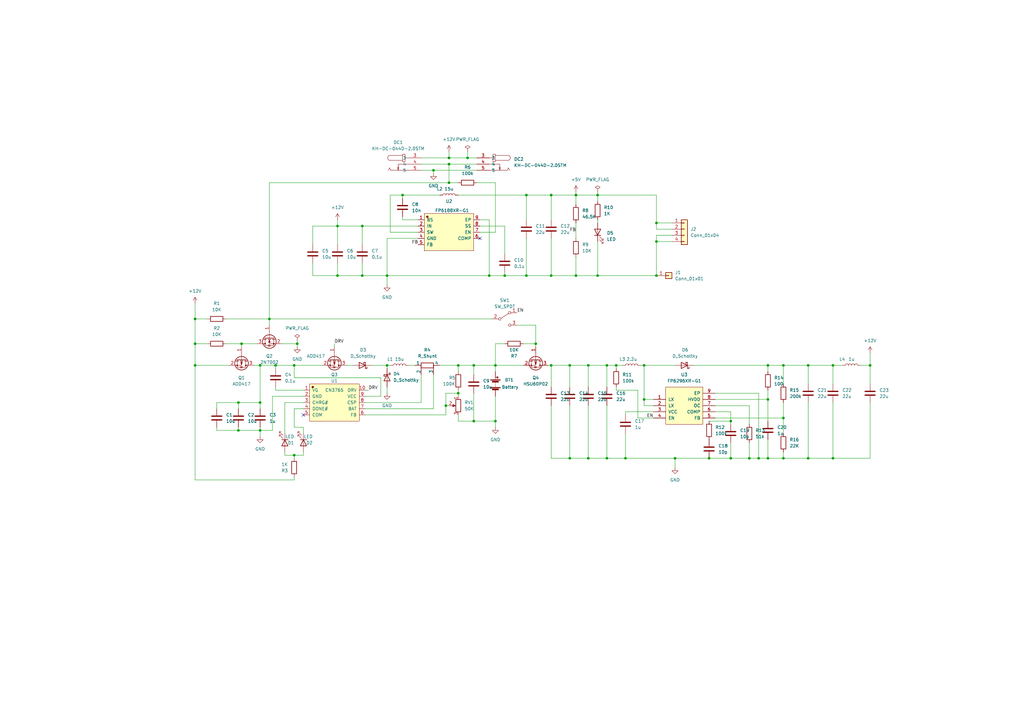
<source format=kicad_sch>
(kicad_sch (version 20211123) (generator eeschema)
  (paper "A3")
  (lib_symbols
    (symbol "0805:C" (pin_numbers hide) (pin_names (offset 0.254))
      (property "Reference" "C" (at 0.635 2.54 0))
      (property "Value" "C" (at 0.635 -2.54 0))
      (symbol "C_0_1"
        (polyline (pts (xy -2.032 -0.762) (xy 2.032 -0.762)) (stroke (width 0.508)))
        (polyline (pts (xy -2.032 0.762) (xy 2.032 0.762)) (stroke (width 0.508)))
      )
      (symbol "C_1_1"
        (pin passive line (at 0 3.81 270) (length 2.794) (name "~") (number "1"))
        (pin passive line (at 0 -3.81 90) (length 2.794) (name "~") (number "2"))
      )
    )
    (symbol "0805:LED" (pin_numbers hide) (pin_names (offset 1.016) hide)
      (property "Reference" "D" (at 0 2.54 0))
      (property "Value" "LED" (at 0 -2.54 0))
      (symbol "LED_0_1"
        (polyline (pts (xy -1.27 -1.27) (xy -1.27 1.27)) (stroke (width 0.254)))
        (polyline (pts (xy -1.27 0) (xy 1.27 0)))
        (polyline (pts (xy 1.27 -1.27) (xy 1.27 1.27) (xy -1.27 0) (xy 1.27 -1.27)) (stroke (width 0.254)))
        (polyline (pts (xy -3.048 -0.762) (xy -4.572 -2.286) (xy -3.81 -2.286) (xy -4.572 -2.286) (xy -4.572 -1.524)))
        (polyline (pts (xy -1.778 -0.762) (xy -3.302 -2.286) (xy -2.54 -2.286) (xy -3.302 -2.286) (xy -3.302 -1.524)))
      )
      (symbol "LED_1_1"
        (pin passive line (at -3.81 0 0) (length 2.54) (name "K") (number "1"))
        (pin passive line (at 3.81 0 180) (length 2.54) (name "A") (number "2"))
      )
    )
    (symbol "0805:R" (pin_numbers hide) (pin_names (offset 0))
      (property "Reference" "R" (at 2.032 0 90))
      (property "Value" "R" (at 0 0 90))
      (symbol "R_0_1"
        (rectangle (start -1.016 -2.54) (end 1.016 2.54) (stroke (width 0.254)))
      )
      (symbol "R_1_1"
        (pin passive line (at 0 3.81 270) (length 1.27) (name "~") (number "1"))
        (pin passive line (at 0 -3.81 90) (length 1.27) (name "~") (number "2"))
      )
    )
    (symbol "CN3765:CN3765" (pin_names (offset 1.016))
      (property "Reference" "U" (at 0 10.287 0))
      (property "Value" "CN3765" (at 0 15.367 0))
      (symbol "CN3765_1_1"
        (rectangle (start -10.16 7.62) (end 10.16 -7.62) (stroke (width 0.1524)) (fill (type background)))
        (circle (center -8.89 6.35) (radius 0.381) (stroke (width 0.1524)) (fill (type outline)))
        (pin input line (at -12.7 5.08 0) (length 2.54) (name "VG") (number "1"))
        (pin input line (at 12.7 5.08 180) (length 2.54) (name "DRV") (number "10"))
        (pin input line (at -12.7 2.54 0) (length 2.54) (name "GND") (number "2"))
        (pin input line (at -12.7 0 0) (length 2.54) (name "CHRG#") (number "3"))
        (pin input line (at -12.7 -2.54 0) (length 2.54) (name "DONE#") (number "4"))
        (pin input line (at -12.7 -5.08 0) (length 2.54) (name "COM") (number "5"))
        (pin input line (at 12.7 -5.08 180) (length 2.54) (name "FB") (number "6"))
        (pin input line (at 12.7 -2.54 180) (length 2.54) (name "BAT") (number "7"))
        (pin input line (at 12.7 0 180) (length 2.54) (name "CSP") (number "8"))
        (pin input line (at 12.7 2.54 180) (length 2.54) (name "VCC") (number "9"))
      )
    )
    (symbol "Connector_Generic:Conn_01x01" (pin_names (offset 1.016) hide)
      (property "Reference" "J" (at 0 2.54 0))
      (property "Value" "Conn_01x01" (at 0 -2.54 0))
      (symbol "Conn_01x01_1_1"
        (rectangle (start -1.27 0.127) (end 0 -0.127) (stroke (width 0.1524)))
        (rectangle (start -1.27 1.27) (end 1.27 -1.27) (stroke (width 0.254)) (fill (type background)))
        (pin passive line (at -5.08 0 0) (length 3.81) (name "Pin_1") (number "1"))
      )
    )
    (symbol "Connector_Generic:Conn_01x04" (pin_names (offset 1.016) hide)
      (property "Reference" "J" (at 0 5.08 0))
      (property "Value" "Conn_01x04" (at 0 -7.62 0))
      (symbol "Conn_01x04_1_1"
        (rectangle (start -1.27 -4.953) (end 0 -5.207) (stroke (width 0.1524)))
        (rectangle (start -1.27 -2.413) (end 0 -2.667) (stroke (width 0.1524)))
        (rectangle (start -1.27 0.127) (end 0 -0.127) (stroke (width 0.1524)))
        (rectangle (start -1.27 2.667) (end 0 2.413) (stroke (width 0.1524)))
        (rectangle (start -1.27 3.81) (end 1.27 -6.35) (stroke (width 0.254)) (fill (type background)))
        (pin passive line (at -5.08 2.54 0) (length 3.81) (name "Pin_1") (number "1"))
        (pin passive line (at -5.08 0 0) (length 3.81) (name "Pin_2") (number "2"))
        (pin passive line (at -5.08 -2.54 0) (length 3.81) (name "Pin_3") (number "3"))
        (pin passive line (at -5.08 -5.08 0) (length 3.81) (name "Pin_4") (number "4"))
      )
    )
    (symbol "DC 5.5mm 2.5mm:KH-DC-044D-2.0STM" (pin_names (offset 1.016))
      (property "Reference" "DC" (at 0 7.6962 0))
      (property "Value" "KH-DC-044D-2.0STM" (at 0 12.7762 0))
      (symbol "KH-DC-044D-2.0STM_1_1"
        (arc (start -5.08 3.556) (mid -6.096 2.54) (end -5.08 1.524) (stroke (width 0.1524)))
        (polyline (pts (xy -1.778 -2.54) (xy -1.524 -1.27)) (stroke (width 0.1524)))
        (polyline (pts (xy 0 1.524) (xy -5.08 1.524)) (stroke (width 0.1524)))
        (polyline (pts (xy 0 3.556) (xy -5.08 3.556)) (stroke (width 0.1524)))
        (polyline (pts (xy 2.54 2.54) (xy 1.016 2.54)) (stroke (width 0.1524)))
        (polyline (pts (xy 2.54 -2.54) (xy -4.826 -2.54) (xy -5.334 -1.524) (xy -5.842 -2.54)) (stroke (width 0.1524)))
        (polyline (pts (xy 2.54 0) (xy -1.778 0) (xy -1.778 -2.54) (xy -2.032 -1.27)) (stroke (width 0.1524)))
        (rectangle (start 0 4.064) (end 1.016 1.016) (stroke (width 0.1524)))
        (pin input line (at 7.62 2.54 180) (length 5.08) (name "3") (number "3"))
        (pin input line (at 7.62 0 180) (length 5.08) (name "4") (number "4"))
        (pin input line (at 7.62 -2.54 180) (length 5.08) (name "5") (number "5"))
      )
    )
    (symbol "Device:Battery" (pin_numbers hide) (pin_names (offset 0) hide)
      (property "Reference" "BT" (at 2.54 2.54 0))
      (property "Value" "Battery" (at 2.54 0 0))
      (symbol "Battery_0_1"
        (rectangle (start -2.032 -1.397) (end 2.032 -1.651) (fill (type outline)))
        (rectangle (start -2.032 1.778) (end 2.032 1.524) (fill (type outline)))
        (rectangle (start -1.3208 -1.9812) (end 1.27 -2.4892) (fill (type outline)))
        (rectangle (start -1.3208 1.1938) (end 1.27 0.6858) (fill (type outline)))
        (polyline (pts (xy 0 -1.524) (xy 0 -1.27)))
        (polyline (pts (xy 0 -1.016) (xy 0 -0.762)))
        (polyline (pts (xy 0 -0.508) (xy 0 -0.254)))
        (polyline (pts (xy 0 0) (xy 0 0.254)))
        (polyline (pts (xy 0 0.508) (xy 0 0.762)))
        (polyline (pts (xy 0 1.778) (xy 0 2.54)))
        (polyline (pts (xy 0.254 2.667) (xy 1.27 2.667)) (stroke (width 0.254)))
        (polyline (pts (xy 0.762 3.175) (xy 0.762 2.159)) (stroke (width 0.254)))
      )
      (symbol "Battery_1_1"
        (pin passive line (at 0 5.08 270) (length 2.54) (name "+") (number "1"))
        (pin passive line (at 0 -5.08 90) (length 2.54) (name "-") (number "2"))
      )
    )
    (symbol "Device:D_Schottky" (pin_numbers hide) (pin_names (offset 1.016) hide)
      (property "Reference" "D" (at 0 2.54 0))
      (property "Value" "D_Schottky" (at 0 -2.54 0))
      (symbol "D_Schottky_0_1"
        (polyline (pts (xy 1.27 0) (xy -1.27 0)))
        (polyline (pts (xy 1.27 1.27) (xy 1.27 -1.27) (xy -1.27 0) (xy 1.27 1.27)) (stroke (width 0.254)))
        (polyline (pts (xy -1.905 0.635) (xy -1.905 1.27) (xy -1.27 1.27) (xy -1.27 -1.27) (xy -0.635 -1.27) (xy -0.635 -0.635)) (stroke (width 0.254)))
      )
      (symbol "D_Schottky_1_1"
        (pin passive line (at -3.81 0 0) (length 2.54) (name "K") (number "1"))
        (pin passive line (at 3.81 0 180) (length 2.54) (name "A") (number "2"))
      )
    )
    (symbol "Device:L" (pin_numbers hide) (pin_names (offset 1.016) hide)
      (property "Reference" "L" (at -1.27 0 90))
      (property "Value" "L" (at 1.905 0 90))
      (symbol "L_0_1"
        (arc (start 0 -2.54) (mid 0.635 -1.905) (end 0 -1.27))
        (arc (start 0 -1.27) (mid 0.635 -0.635) (end 0 0))
        (arc (start 0 0) (mid 0.635 0.635) (end 0 1.27))
        (arc (start 0 1.27) (mid 0.635 1.905) (end 0 2.54))
      )
      (symbol "L_1_1"
        (pin passive line (at 0 3.81 270) (length 1.27) (name "1") (number "1"))
        (pin passive line (at 0 -3.81 90) (length 1.27) (name "2") (number "2"))
      )
    )
    (symbol "Device:Q_PMOS_GSD" (pin_names (offset 0) hide)
      (property "Reference" "Q" (at 5.08 1.27 0))
      (property "Value" "Q_PMOS_GSD" (at 5.08 -1.27 0))
      (symbol "Q_PMOS_GSD_0_1"
        (polyline (pts (xy 0.254 0) (xy -2.54 0)))
        (polyline (pts (xy 0.254 1.905) (xy 0.254 -1.905)) (stroke (width 0.254)))
        (polyline (pts (xy 0.762 -1.27) (xy 0.762 -2.286)) (stroke (width 0.254)))
        (polyline (pts (xy 0.762 0.508) (xy 0.762 -0.508)) (stroke (width 0.254)))
        (polyline (pts (xy 0.762 2.286) (xy 0.762 1.27)) (stroke (width 0.254)))
        (polyline (pts (xy 2.54 2.54) (xy 2.54 1.778)))
        (polyline (pts (xy 2.54 -2.54) (xy 2.54 0) (xy 0.762 0)))
        (polyline (pts (xy 0.762 1.778) (xy 3.302 1.778) (xy 3.302 -1.778) (xy 0.762 -1.778)))
        (polyline (pts (xy 2.286 0) (xy 1.27 0.381) (xy 1.27 -0.381) (xy 2.286 0)) (fill (type outline)))
        (polyline (pts (xy 2.794 -0.508) (xy 2.921 -0.381) (xy 3.683 -0.381) (xy 3.81 -0.254)))
        (polyline (pts (xy 3.302 -0.381) (xy 2.921 0.254) (xy 3.683 0.254) (xy 3.302 -0.381)))
        (circle (center 1.651 0) (radius 2.794) (stroke (width 0.254)))
        (circle (center 2.54 -1.778) (radius 0.254) (fill (type outline)))
        (circle (center 2.54 1.778) (radius 0.254) (fill (type outline)))
      )
      (symbol "Q_PMOS_GSD_1_1"
        (pin input line (at -5.08 0 0) (length 2.54) (name "G") (number "1"))
        (pin passive line (at 2.54 -5.08 90) (length 2.54) (name "S") (number "2"))
        (pin passive line (at 2.54 5.08 270) (length 2.54) (name "D") (number "3"))
      )
    )
    (symbol "Device:R_Potentiometer" (pin_names (offset 1.016) hide)
      (property "Reference" "RV" (at -4.445 0 90))
      (property "Value" "R_Potentiometer" (at -2.54 0 90))
      (symbol "R_Potentiometer_0_1"
        (polyline (pts (xy 2.54 0) (xy 1.524 0)))
        (polyline (pts (xy 1.143 0) (xy 2.286 0.508) (xy 2.286 -0.508) (xy 1.143 0)) (fill (type outline)))
        (rectangle (start 1.016 2.54) (end -1.016 -2.54) (stroke (width 0.254)))
      )
      (symbol "R_Potentiometer_1_1"
        (pin passive line (at 0 3.81 270) (length 1.27) (name "1") (number "1"))
        (pin passive line (at 3.81 0 180) (length 1.27) (name "2") (number "2"))
        (pin passive line (at 0 -3.81 90) (length 1.27) (name "3") (number "3"))
      )
    )
    (symbol "Device:R_Shunt" (pin_numbers hide) (pin_names (offset 0))
      (property "Reference" "R" (at -4.445 0 90))
      (property "Value" "R_Shunt" (at -2.54 0 90))
      (symbol "R_Shunt_0_1"
        (rectangle (start -1.016 -2.54) (end 1.016 2.54) (stroke (width 0.254)))
        (polyline (pts (xy 0 -2.54) (xy 1.27 -2.54)))
        (polyline (pts (xy 1.27 2.54) (xy 0 2.54)))
      )
      (symbol "R_Shunt_1_1"
        (pin passive line (at 0 5.08 270) (length 2.54) (name "1") (number "1"))
        (pin passive line (at 3.81 2.54 180) (length 2.54) (name "2") (number "2"))
        (pin passive line (at 3.81 -2.54 180) (length 2.54) (name "3") (number "3"))
        (pin passive line (at 0 -5.08 90) (length 2.54) (name "4") (number "4"))
      )
    )
    (symbol "FP6188:FP6188XR-G1" (pin_names (offset 1.016))
      (property "Reference" "U" (at 0 8.89 0))
      (property "Value" "FP6188XR-G1" (at 0 11.43 0))
      (symbol "FP6188XR-G1_1_1"
        (rectangle (start -10.16 7.62) (end 10.16 -7.62) (stroke (width 0.1524)) (fill (type background)))
        (circle (center -8.89 6.35) (radius 0.381) (stroke (width 0.1524)) (fill (type outline)))
        (pin input line (at -12.7 5.08 0) (length 2.54) (name "BS") (number "1"))
        (pin input line (at -12.7 2.54 0) (length 2.54) (name "IN") (number "2"))
        (pin input line (at -12.7 0 0) (length 2.54) (name "SW") (number "3"))
        (pin input line (at -12.7 -2.54 0) (length 2.54) (name "GND") (number "4"))
        (pin input line (at -12.7 -5.08 0) (length 2.54) (name "FB") (number "5"))
        (pin input line (at 12.7 -2.54 180) (length 2.54) (name "COMP") (number "6"))
        (pin input line (at 12.7 0 180) (length 2.54) (name "EN") (number "7"))
        (pin input line (at 12.7 2.54 180) (length 2.54) (name "SS") (number "8"))
        (pin input line (at 12.7 5.08 180) (length 2.54) (name "EP") (number "9"))
      )
    )
    (symbol "FP6188:FP6296XR-G1" (pin_names (offset 1.016))
      (property "Reference" "U" (at 0 8.89 0))
      (property "Value" "FP6296XR-G1" (at 0 11.43 0))
      (symbol "FP6296XR-G1_1_1"
        (rectangle (start -7.62 7.62) (end 7.62 -7.62) (stroke (width 0.1524)) (fill (type background)))
        (pin input line (at -12.7 2.54 0) (length 5.08) (name "LX") (number "1"))
        (pin input line (at -12.7 0 0) (length 5.08) (name "LX") (number "2"))
        (pin input line (at -12.7 -2.54 0) (length 5.08) (name "VCC") (number "3"))
        (pin input line (at -12.7 -5.08 0) (length 5.08) (name "EN") (number "4"))
        (pin input line (at 12.7 -5.08 180) (length 5.08) (name "FB") (number "5"))
        (pin input line (at 12.7 -2.54 180) (length 5.08) (name "COMP") (number "6"))
        (pin input line (at 12.7 0 180) (length 5.08) (name "OC") (number "7"))
        (pin input line (at 12.7 2.54 180) (length 5.08) (name "HVDD") (number "8"))
        (pin input line (at 12.7 5.08 180) (length 5.08) (name "EP") (number "9"))
      )
    )
    (symbol "KH-DC-044D-2.0STM_1" (pin_names (offset 1.016))
      (property "Reference" "DC" (at 0 7.6962 0))
      (property "Value" "KH-DC-044D-2.0STM_1" (at 0 12.7762 0))
      (symbol "KH-DC-044D-2.0STM_1_1_1"
        (arc (start -5.08 3.556) (mid -6.096 2.54) (end -5.08 1.524) (stroke (width 0.1524)))
        (polyline (pts (xy -1.778 -2.54) (xy -1.524 -1.27)) (stroke (width 0.1524)))
        (polyline (pts (xy 0 1.524) (xy -5.08 1.524)) (stroke (width 0.1524)))
        (polyline (pts (xy 0 3.556) (xy -5.08 3.556)) (stroke (width 0.1524)))
        (polyline (pts (xy 2.54 2.54) (xy 1.016 2.54)) (stroke (width 0.1524)))
        (polyline (pts (xy 2.54 -2.54) (xy -4.826 -2.54) (xy -5.334 -1.524) (xy -5.842 -2.54)) (stroke (width 0.1524)))
        (polyline (pts (xy 2.54 0) (xy -1.778 0) (xy -1.778 -2.54) (xy -2.032 -1.27)) (stroke (width 0.1524)))
        (rectangle (start 0 4.064) (end 1.016 1.016) (stroke (width 0.1524)))
        (pin input line (at 7.62 2.54 180) (length 5.08) (name "3") (number "3"))
        (pin input line (at 7.62 0 180) (length 5.08) (name "4") (number "4"))
        (pin input line (at 7.62 -2.54 180) (length 5.08) (name "5") (number "5"))
      )
    )
    (symbol "Switch:SW_SPDT" (pin_names (offset 0) hide)
      (property "Reference" "SW" (at 0 4.318 0))
      (property "Value" "SW_SPDT" (at 0 -5.08 0))
      (symbol "SW_SPDT_0_0"
        (circle (center -2.032 0) (radius 0.508))
        (circle (center 2.032 -2.54) (radius 0.508))
      )
      (symbol "SW_SPDT_0_1"
        (polyline (pts (xy -1.524 0.254) (xy 1.651 2.286)))
        (circle (center 2.032 2.54) (radius 0.508))
      )
      (symbol "SW_SPDT_1_1"
        (pin passive line (at 5.08 2.54 180) (length 2.54) (name "A") (number "1"))
        (pin passive line (at -5.08 0 0) (length 2.54) (name "B") (number "2"))
        (pin passive line (at 5.08 -2.54 180) (length 2.54) (name "C") (number "3"))
      )
    )
    (symbol "Transistor_FET:2N7002" (pin_names hide)
      (property "Reference" "Q" (at 5.08 1.905 0))
      (property "Value" "2N7002" (at 5.08 0 0))
      (symbol "2N7002_0_1"
        (polyline (pts (xy 0.254 0) (xy -2.54 0)))
        (polyline (pts (xy 0.254 1.905) (xy 0.254 -1.905)) (stroke (width 0.254)))
        (polyline (pts (xy 0.762 -1.27) (xy 0.762 -2.286)) (stroke (width 0.254)))
        (polyline (pts (xy 0.762 0.508) (xy 0.762 -0.508)) (stroke (width 0.254)))
        (polyline (pts (xy 0.762 2.286) (xy 0.762 1.27)) (stroke (width 0.254)))
        (polyline (pts (xy 2.54 2.54) (xy 2.54 1.778)))
        (polyline (pts (xy 2.54 -2.54) (xy 2.54 0) (xy 0.762 0)))
        (polyline (pts (xy 0.762 -1.778) (xy 3.302 -1.778) (xy 3.302 1.778) (xy 0.762 1.778)))
        (polyline (pts (xy 1.016 0) (xy 2.032 0.381) (xy 2.032 -0.381) (xy 1.016 0)) (fill (type outline)))
        (polyline (pts (xy 2.794 0.508) (xy 2.921 0.381) (xy 3.683 0.381) (xy 3.81 0.254)))
        (polyline (pts (xy 3.302 0.381) (xy 2.921 -0.254) (xy 3.683 -0.254) (xy 3.302 0.381)))
        (circle (center 1.651 0) (radius 2.794) (stroke (width 0.254)))
        (circle (center 2.54 -1.778) (radius 0.254) (fill (type outline)))
        (circle (center 2.54 1.778) (radius 0.254) (fill (type outline)))
      )
      (symbol "2N7002_1_1"
        (pin input line (at -5.08 0 0) (length 2.54) (name "G") (number "1"))
        (pin passive line (at 2.54 -5.08 90) (length 2.54) (name "S") (number "2"))
        (pin passive line (at 2.54 5.08 270) (length 2.54) (name "D") (number "3"))
      )
    )
    (symbol "power:+12V" (power) (pin_names (offset 0))
      (property "Value" "+12V" (at 0 3.556 0))
      (symbol "+12V_0_1"
        (polyline (pts (xy -0.762 1.27) (xy 0 2.54)))
        (polyline (pts (xy 0 0) (xy 0 2.54)))
        (polyline (pts (xy 0 2.54) (xy 0.762 1.27)))
      )
      (symbol "+12V_1_1"
        (pin power_in line (at 0 0 90) (length 0) hide (name "+12V") (number "1"))
      )
    )
    (symbol "power:+5V" (power) (pin_names (offset 0))
      (property "Value" "+5V" (at 0 3.556 0))
      (symbol "+5V_0_1"
        (polyline (pts (xy -0.762 1.27) (xy 0 2.54)))
        (polyline (pts (xy 0 0) (xy 0 2.54)))
        (polyline (pts (xy 0 2.54) (xy 0.762 1.27)))
      )
      (symbol "+5V_1_1"
        (pin power_in line (at 0 0 90) (length 0) hide (name "+5V") (number "1"))
      )
    )
    (symbol "power:GND" (power) (pin_names (offset 0))
      (property "Value" "GND" (at 0 -3.81 0))
      (symbol "GND_0_1"
        (polyline (pts (xy 0 0) (xy 0 -1.27) (xy 1.27 -1.27) (xy 0 -2.54) (xy -1.27 -1.27) (xy 0 -1.27)))
      )
      (symbol "GND_1_1"
        (pin power_in line (at 0 0 270) (length 0) hide (name "GND") (number "1"))
      )
    )
    (symbol "power:PWR_FLAG" (power) (pin_numbers hide) (pin_names (offset 0) hide)
      (property "Value" "PWR_FLAG" (at 0 3.81 0))
      (symbol "PWR_FLAG_0_0"
        (pin power_out line (at 0 0 90) (length 0) (name "pwr") (number "1"))
      )
      (symbol "PWR_FLAG_0_1"
        (polyline (pts (xy 0 0) (xy 0 1.27) (xy -1.016 1.905) (xy 0 2.54) (xy 1.016 1.905) (xy 0 1.27)))
      )
    )
  )
  (junction (at 331.47 187.96))
  (junction (at 158.75 113.03))
  (junction (at 182.88 166.37))
  (junction (at 241.3 149.86))
  (junction (at 356.87 149.86))
  (junction (at 106.68 176.53))
  (junction (at 80.01 149.86))
  (junction (at 321.31 171.45))
  (junction (at 121.92 140.97))
  (junction (at 80.01 130.81))
  (junction (at 187.96 161.29))
  (junction (at 177.8 69.85))
  (junction (at 207.01 113.03))
  (junction (at 233.68 187.96))
  (junction (at 187.96 149.86))
  (junction (at 341.63 187.96))
  (junction (at 307.34 187.96))
  (junction (at 252.73 149.86))
  (junction (at 219.71 140.97))
  (junction (at 97.79 165.1))
  (junction (at 331.47 149.86))
  (junction (at 106.68 165.1))
  (junction (at 299.72 187.96))
  (junction (at 184.15 74.93))
  (junction (at 321.31 187.96))
  (junction (at 184.15 67.31))
  (junction (at 158.75 149.86))
  (junction (at 120.65 186.69))
  (junction (at 245.11 80.01))
  (junction (at 269.24 99.06))
  (junction (at 269.24 113.03))
  (junction (at 194.31 149.86))
  (junction (at 341.63 149.86))
  (junction (at 276.86 187.96))
  (junction (at 314.96 187.96))
  (junction (at 314.96 163.83))
  (junction (at 248.92 149.86))
  (junction (at 148.59 92.71))
  (junction (at 203.2 172.72))
  (junction (at 215.9 113.03))
  (junction (at 110.49 130.81))
  (junction (at 311.15 187.96))
  (junction (at 236.22 80.01))
  (junction (at 321.31 149.86))
  (junction (at 226.06 113.03))
  (junction (at 194.31 172.72))
  (junction (at 120.65 149.86))
  (junction (at 226.06 80.01))
  (junction (at 191.77 64.77))
  (junction (at 241.3 187.96))
  (junction (at 113.03 149.86))
  (junction (at 80.01 140.97))
  (junction (at 236.22 113.03))
  (junction (at 248.92 187.96))
  (junction (at 299.72 172.72))
  (junction (at 200.66 113.03))
  (junction (at 138.43 92.71))
  (junction (at 165.1 80.01))
  (junction (at 290.83 187.96))
  (junction (at 215.9 80.01))
  (junction (at 264.16 163.83))
  (junction (at 184.15 64.77))
  (junction (at 269.24 91.44))
  (junction (at 226.06 149.86))
  (junction (at 97.79 176.53))
  (junction (at 264.16 149.86))
  (junction (at 138.43 113.03))
  (junction (at 106.68 149.86))
  (junction (at 314.96 149.86))
  (junction (at 148.59 113.03))
  (junction (at 256.54 187.96))
  (junction (at 203.2 149.86))
  (junction (at 245.11 113.03))
  (junction (at 99.06 140.97))
  (junction (at 233.68 149.86))
  (no_connect (at 196.85 97.79))
  (no_connect (at 124.46 170.18))
  (wire (pts (xy 180.34 149.86) (xy 187.96 149.86)))
  (wire (pts (xy 80.01 130.81) (xy 85.09 130.81)))
  (wire (pts (xy 148.59 113.03) (xy 158.75 113.03)))
  (wire (pts (xy 148.59 107.95) (xy 148.59 113.03)))
  (wire (pts (xy 224.79 149.86) (xy 226.06 149.86)))
  (wire (pts (xy 116.84 165.1) (xy 124.46 165.1)))
  (wire (pts (xy 275.59 93.98) (xy 269.24 93.98)))
  (wire (pts (xy 269.24 99.06) (xy 269.24 113.03)))
  (wire (pts (xy 160.02 95.25) (xy 160.02 80.01)))
  (wire (pts (xy 233.68 166.37) (xy 233.68 187.96)))
  (wire (pts (xy 233.68 187.96) (xy 241.3 187.96)))
  (wire (pts (xy 165.1 90.17) (xy 171.45 90.17)))
  (wire (pts (xy 207.01 111.76) (xy 207.01 113.03)))
  (wire (pts (xy 226.06 80.01) (xy 236.22 80.01)))
  (wire (pts (xy 111.76 162.56) (xy 124.46 162.56)))
  (wire (pts (xy 290.83 172.72) (xy 299.72 172.72)))
  (wire (pts (xy 88.9 165.1) (xy 97.79 165.1)))
  (wire (pts (xy 99.06 140.97) (xy 105.41 140.97)))
  (wire (pts (xy 106.68 165.1) (xy 106.68 167.64)))
  (wire (pts (xy 184.15 74.93) (xy 184.15 67.31)))
  (wire (pts (xy 276.86 187.96) (xy 290.83 187.96)))
  (wire (pts (xy 245.11 78.74) (xy 245.11 80.01)))
  (wire (pts (xy 121.92 140.97) (xy 121.92 142.24)))
  (wire (pts (xy 264.16 149.86) (xy 276.86 149.86)))
  (wire (pts (xy 321.31 171.45) (xy 321.31 177.8)))
  (wire (pts (xy 172.72 67.31) (xy 184.15 67.31)))
  (wire (pts (xy 307.34 187.96) (xy 311.15 187.96)))
  (wire (pts (xy 182.88 170.18) (xy 182.88 166.37)))
  (wire (pts (xy 331.47 157.48) (xy 331.47 149.86)))
  (wire (pts (xy 156.21 154.94) (xy 120.65 154.94)))
  (wire (pts (xy 187.96 160.02) (xy 187.96 161.29)))
  (wire (pts (xy 171.45 97.79) (xy 158.75 97.79)))
  (wire (pts (xy 245.11 90.17) (xy 245.11 91.44)))
  (wire (pts (xy 307.34 166.37) (xy 307.34 173.99)))
  (wire (pts (xy 293.37 166.37) (xy 307.34 166.37)))
  (wire (pts (xy 92.71 130.81) (xy 110.49 130.81)))
  (wire (pts (xy 276.86 187.96) (xy 276.86 191.77)))
  (wire (pts (xy 128.27 92.71) (xy 138.43 92.71)))
  (wire (pts (xy 165.1 88.9) (xy 165.1 90.17)))
  (wire (pts (xy 314.96 149.86) (xy 314.96 152.4)))
  (wire (pts (xy 245.11 82.55) (xy 245.11 80.01)))
  (wire (pts (xy 97.79 176.53) (xy 106.68 176.53)))
  (wire (pts (xy 106.68 175.26) (xy 106.68 176.53)))
  (wire (pts (xy 299.72 172.72) (xy 299.72 173.99)))
  (wire (pts (xy 177.8 69.85) (xy 195.58 69.85)))
  (wire (pts (xy 269.24 99.06) (xy 275.59 99.06)))
  (wire (pts (xy 331.47 187.96) (xy 321.31 187.96)))
  (wire (pts (xy 203.2 140.97) (xy 203.2 149.86)))
  (wire (pts (xy 353.06 149.86) (xy 356.87 149.86)))
  (wire (pts (xy 121.92 139.7) (xy 121.92 140.97)))
  (wire (pts (xy 195.58 74.93) (xy 203.2 74.93)))
  (wire (pts (xy 158.75 158.75) (xy 158.75 161.29)))
  (wire (pts (xy 261.62 171.45) (xy 267.97 171.45)))
  (wire (pts (xy 252.73 149.86) (xy 252.73 151.13)))
  (wire (pts (xy 311.15 161.29) (xy 311.15 187.96)))
  (wire (pts (xy 149.86 162.56) (xy 156.21 162.56)))
  (wire (pts (xy 124.46 186.69) (xy 120.65 186.69)))
  (wire (pts (xy 116.84 177.8) (xy 116.84 165.1)))
  (wire (pts (xy 233.68 149.86) (xy 241.3 149.86)))
  (wire (pts (xy 138.43 92.71) (xy 138.43 100.33)))
  (wire (pts (xy 113.03 149.86) (xy 113.03 151.13)))
  (wire (pts (xy 356.87 149.86) (xy 356.87 157.48)))
  (wire (pts (xy 152.4 149.86) (xy 158.75 149.86)))
  (wire (pts (xy 245.11 113.03) (xy 236.22 113.03)))
  (wire (pts (xy 236.22 83.82) (xy 236.22 80.01)))
  (wire (pts (xy 156.21 162.56) (xy 156.21 154.94)))
  (wire (pts (xy 191.77 64.77) (xy 195.58 64.77)))
  (wire (pts (xy 177.8 69.85) (xy 177.8 71.12)))
  (wire (pts (xy 110.49 130.81) (xy 201.93 130.81)))
  (wire (pts (xy 88.9 176.53) (xy 97.79 176.53)))
  (wire (pts (xy 248.92 149.86) (xy 252.73 149.86)))
  (wire (pts (xy 167.64 149.86) (xy 170.18 149.86)))
  (wire (pts (xy 187.96 149.86) (xy 187.96 152.4)))
  (wire (pts (xy 106.68 149.86) (xy 106.68 165.1)))
  (wire (pts (xy 172.72 69.85) (xy 177.8 69.85)))
  (wire (pts (xy 233.68 149.86) (xy 233.68 158.75)))
  (wire (pts (xy 88.9 167.64) (xy 88.9 165.1)))
  (wire (pts (xy 203.2 74.93) (xy 203.2 95.25)))
  (wire (pts (xy 80.01 149.86) (xy 80.01 140.97)))
  (wire (pts (xy 256.54 168.91) (xy 267.97 168.91)))
  (wire (pts (xy 226.06 80.01) (xy 215.9 80.01)))
  (wire (pts (xy 184.15 67.31) (xy 195.58 67.31)))
  (wire (pts (xy 148.59 92.71) (xy 171.45 92.71)))
  (wire (pts (xy 113.03 160.02) (xy 124.46 160.02)))
  (wire (pts (xy 321.31 165.1) (xy 321.31 171.45)))
  (wire (pts (xy 256.54 170.18) (xy 256.54 168.91)))
  (wire (pts (xy 269.24 96.52) (xy 269.24 99.06)))
  (wire (pts (xy 321.31 187.96) (xy 314.96 187.96)))
  (wire (pts (xy 299.72 187.96) (xy 307.34 187.96)))
  (wire (pts (xy 106.68 176.53) (xy 106.68 179.07)))
  (wire (pts (xy 267.97 163.83) (xy 264.16 163.83)))
  (wire (pts (xy 290.83 187.96) (xy 299.72 187.96)))
  (wire (pts (xy 184.15 74.93) (xy 187.96 74.93)))
  (wire (pts (xy 111.76 162.56) (xy 111.76 176.53)))
  (wire (pts (xy 321.31 185.42) (xy 321.31 187.96)))
  (wire (pts (xy 245.11 99.06) (xy 245.11 113.03)))
  (wire (pts (xy 219.71 140.97) (xy 219.71 142.24)))
  (wire (pts (xy 148.59 92.71) (xy 138.43 92.71)))
  (wire (pts (xy 128.27 113.03) (xy 138.43 113.03)))
  (wire (pts (xy 113.03 149.86) (xy 120.65 149.86)))
  (wire (pts (xy 120.65 195.58) (xy 120.65 196.85)))
  (wire (pts (xy 331.47 165.1) (xy 331.47 187.96)))
  (wire (pts (xy 261.62 160.02) (xy 261.62 171.45)))
  (wire (pts (xy 356.87 144.78) (xy 356.87 149.86)))
  (wire (pts (xy 331.47 149.86) (xy 321.31 149.86)))
  (wire (pts (xy 113.03 158.75) (xy 113.03 160.02)))
  (wire (pts (xy 116.84 185.42) (xy 116.84 186.69)))
  (wire (pts (xy 215.9 80.01) (xy 215.9 90.17)))
  (wire (pts (xy 236.22 78.74) (xy 236.22 80.01)))
  (wire (pts (xy 248.92 187.96) (xy 256.54 187.96)))
  (wire (pts (xy 264.16 163.83) (xy 264.16 149.86)))
  (wire (pts (xy 111.76 176.53) (xy 106.68 176.53)))
  (wire (pts (xy 311.15 187.96) (xy 314.96 187.96)))
  (wire (pts (xy 148.59 92.71) (xy 148.59 100.33)))
  (wire (pts (xy 299.72 181.61) (xy 299.72 187.96)))
  (wire (pts (xy 182.88 161.29) (xy 187.96 161.29)))
  (wire (pts (xy 331.47 149.86) (xy 341.63 149.86)))
  (wire (pts (xy 138.43 107.95) (xy 138.43 113.03)))
  (wire (pts (xy 256.54 187.96) (xy 256.54 177.8)))
  (wire (pts (xy 124.46 175.26) (xy 120.65 175.26)))
  (wire (pts (xy 182.88 166.37) (xy 184.15 166.37)))
  (wire (pts (xy 85.09 140.97) (xy 80.01 140.97)))
  (wire (pts (xy 120.65 175.26) (xy 120.65 167.64)))
  (wire (pts (xy 184.15 62.23) (xy 184.15 64.77)))
  (wire (pts (xy 226.06 149.86) (xy 233.68 149.86)))
  (wire (pts (xy 226.06 149.86) (xy 226.06 158.75)))
  (wire (pts (xy 187.96 149.86) (xy 194.31 149.86)))
  (wire (pts (xy 256.54 187.96) (xy 276.86 187.96)))
  (wire (pts (xy 269.24 93.98) (xy 269.24 91.44)))
  (wire (pts (xy 267.97 166.37) (xy 264.16 166.37)))
  (wire (pts (xy 165.1 80.01) (xy 180.34 80.01)))
  (wire (pts (xy 252.73 158.75) (xy 252.73 160.02)))
  (wire (pts (xy 99.06 142.24) (xy 99.06 140.97)))
  (wire (pts (xy 248.92 187.96) (xy 241.3 187.96)))
  (wire (pts (xy 269.24 113.03) (xy 245.11 113.03)))
  (wire (pts (xy 341.63 187.96) (xy 331.47 187.96)))
  (wire (pts (xy 248.92 149.86) (xy 248.92 158.75)))
  (wire (pts (xy 80.01 124.46) (xy 80.01 130.81)))
  (wire (pts (xy 203.2 95.25) (xy 196.85 95.25)))
  (wire (pts (xy 120.65 154.94) (xy 120.65 149.86)))
  (wire (pts (xy 138.43 113.03) (xy 148.59 113.03)))
  (wire (pts (xy 207.01 113.03) (xy 200.66 113.03)))
  (wire (pts (xy 226.06 113.03) (xy 236.22 113.03)))
  (wire (pts (xy 207.01 92.71) (xy 207.01 104.14)))
  (wire (pts (xy 293.37 168.91) (xy 299.72 168.91)))
  (wire (pts (xy 138.43 90.17) (xy 138.43 92.71)))
  (wire (pts (xy 293.37 161.29) (xy 311.15 161.29)))
  (wire (pts (xy 341.63 165.1) (xy 341.63 187.96)))
  (wire (pts (xy 184.15 64.77) (xy 191.77 64.77)))
  (wire (pts (xy 262.89 149.86) (xy 264.16 149.86)))
  (wire (pts (xy 226.06 113.03) (xy 215.9 113.03)))
  (wire (pts (xy 275.59 96.52) (xy 269.24 96.52)))
  (wire (pts (xy 187.96 80.01) (xy 215.9 80.01)))
  (wire (pts (xy 341.63 157.48) (xy 341.63 149.86)))
  (wire (pts (xy 236.22 91.44) (xy 236.22 97.79)))
  (wire (pts (xy 151.13 160.02) (xy 149.86 160.02)))
  (wire (pts (xy 321.31 149.86) (xy 314.96 149.86)))
  (wire (pts (xy 196.85 92.71) (xy 207.01 92.71)))
  (wire (pts (xy 236.22 80.01) (xy 245.11 80.01)))
  (wire (pts (xy 307.34 181.61) (xy 307.34 187.96)))
  (wire (pts (xy 275.59 91.44) (xy 269.24 91.44)))
  (wire (pts (xy 248.92 166.37) (xy 248.92 187.96)))
  (wire (pts (xy 128.27 107.95) (xy 128.27 113.03)))
  (wire (pts (xy 226.06 187.96) (xy 233.68 187.96)))
  (wire (pts (xy 314.96 163.83) (xy 314.96 172.72)))
  (wire (pts (xy 191.77 62.23) (xy 191.77 64.77)))
  (wire (pts (xy 293.37 171.45) (xy 321.31 171.45)))
  (wire (pts (xy 120.65 149.86) (xy 132.08 149.86)))
  (wire (pts (xy 314.96 160.02) (xy 314.96 163.83)))
  (wire (pts (xy 314.96 180.34) (xy 314.96 187.96)))
  (wire (pts (xy 219.71 133.35) (xy 219.71 140.97)))
  (wire (pts (xy 194.31 149.86) (xy 194.31 153.67)))
  (wire (pts (xy 203.2 162.56) (xy 203.2 172.72)))
  (wire (pts (xy 182.88 166.37) (xy 182.88 161.29)))
  (wire (pts (xy 236.22 105.41) (xy 236.22 113.03)))
  (wire (pts (xy 194.31 172.72) (xy 203.2 172.72)))
  (wire (pts (xy 158.75 113.03) (xy 158.75 116.84)))
  (wire (pts (xy 149.86 170.18) (xy 182.88 170.18)))
  (wire (pts (xy 80.01 196.85) (xy 80.01 149.86)))
  (wire (pts (xy 203.2 152.4) (xy 203.2 149.86)))
  (wire (pts (xy 293.37 163.83) (xy 314.96 163.83)))
  (wire (pts (xy 321.31 149.86) (xy 321.31 157.48)))
  (wire (pts (xy 92.71 140.97) (xy 99.06 140.97)))
  (wire (pts (xy 124.46 185.42) (xy 124.46 186.69)))
  (wire (pts (xy 212.09 133.35) (xy 219.71 133.35)))
  (wire (pts (xy 115.57 140.97) (xy 121.92 140.97)))
  (wire (pts (xy 149.86 165.1) (xy 172.72 165.1)))
  (wire (pts (xy 93.98 149.86) (xy 80.01 149.86)))
  (wire (pts (xy 165.1 80.01) (xy 165.1 81.28)))
  (wire (pts (xy 196.85 90.17) (xy 200.66 90.17)))
  (wire (pts (xy 128.27 100.33) (xy 128.27 92.71)))
  (wire (pts (xy 172.72 64.77) (xy 184.15 64.77)))
  (wire (pts (xy 116.84 186.69) (xy 120.65 186.69)))
  (wire (pts (xy 160.02 80.01) (xy 165.1 80.01)))
  (wire (pts (xy 120.65 196.85) (xy 80.01 196.85)))
  (wire (pts (xy 203.2 149.86) (xy 214.63 149.86)))
  (wire (pts (xy 215.9 97.79) (xy 215.9 113.03)))
  (wire (pts (xy 241.3 149.86) (xy 248.92 149.86)))
  (wire (pts (xy 200.66 113.03) (xy 158.75 113.03)))
  (wire (pts (xy 194.31 161.29) (xy 194.31 172.72)))
  (wire (pts (xy 97.79 165.1) (xy 106.68 165.1)))
  (wire (pts (xy 88.9 175.26) (xy 88.9 176.53)))
  (wire (pts (xy 97.79 175.26) (xy 97.79 176.53)))
  (wire (pts (xy 241.3 149.86) (xy 241.3 158.75)))
  (wire (pts (xy 252.73 149.86) (xy 255.27 149.86)))
  (wire (pts (xy 200.66 90.17) (xy 200.66 113.03)))
  (wire (pts (xy 207.01 113.03) (xy 215.9 113.03)))
  (wire (pts (xy 264.16 166.37) (xy 264.16 163.83)))
  (wire (pts (xy 110.49 130.81) (xy 110.49 74.93)))
  (wire (pts (xy 241.3 166.37) (xy 241.3 187.96)))
  (wire (pts (xy 226.06 80.01) (xy 226.06 90.17)))
  (wire (pts (xy 341.63 149.86) (xy 345.44 149.86)))
  (wire (pts (xy 158.75 149.86) (xy 158.75 151.13)))
  (wire (pts (xy 187.96 170.18) (xy 187.96 172.72)))
  (wire (pts (xy 299.72 168.91) (xy 299.72 172.72)))
  (wire (pts (xy 269.24 80.01) (xy 245.11 80.01)))
  (wire (pts (xy 110.49 74.93) (xy 184.15 74.93)))
  (wire (pts (xy 120.65 186.69) (xy 120.65 187.96)))
  (wire (pts (xy 203.2 172.72) (xy 203.2 175.26)))
  (wire (pts (xy 104.14 149.86) (xy 106.68 149.86)))
  (wire (pts (xy 252.73 160.02) (xy 261.62 160.02)))
  (wire (pts (xy 314.96 149.86) (xy 284.48 149.86)))
  (wire (pts (xy 106.68 149.86) (xy 113.03 149.86)))
  (wire (pts (xy 356.87 187.96) (xy 341.63 187.96)))
  (wire (pts (xy 137.16 140.97) (xy 137.16 142.24)))
  (wire (pts (xy 120.65 167.64) (xy 124.46 167.64)))
  (wire (pts (xy 177.8 153.67) (xy 177.8 167.64)))
  (wire (pts (xy 124.46 177.8) (xy 124.46 175.26)))
  (wire (pts (xy 110.49 130.81) (xy 110.49 133.35)))
  (wire (pts (xy 149.86 167.64) (xy 177.8 167.64)))
  (wire (pts (xy 356.87 165.1) (xy 356.87 187.96)))
  (wire (pts (xy 171.45 95.25) (xy 160.02 95.25)))
  (wire (pts (xy 158.75 97.79) (xy 158.75 113.03)))
  (wire (pts (xy 226.06 97.79) (xy 226.06 113.03)))
  (wire (pts (xy 207.01 140.97) (xy 203.2 140.97)))
  (wire (pts (xy 158.75 149.86) (xy 160.02 149.86)))
  (wire (pts (xy 214.63 140.97) (xy 219.71 140.97)))
  (wire (pts (xy 80.01 130.81) (xy 80.01 140.97)))
  (wire (pts (xy 187.96 161.29) (xy 187.96 162.56)))
  (wire (pts (xy 203.2 149.86) (xy 194.31 149.86)))
  (wire (pts (xy 97.79 167.64) (xy 97.79 165.1)))
  (wire (pts (xy 187.96 172.72) (xy 194.31 172.72)))
  (wire (pts (xy 142.24 149.86) (xy 144.78 149.86)))
  (wire (pts (xy 226.06 166.37) (xy 226.06 187.96)))
  (wire (pts (xy 172.72 165.1) (xy 172.72 153.67)))
  (wire (pts (xy 269.24 91.44) (xy 269.24 80.01)))
  (label "DRV" (at 137.16 140.97 0))
  (label "DRV" (at 151.13 160.02 0))
  (label "FB" (at 236.22 95.25 180))
  (label "EN" (at 212.09 128.27 0))
  (label "EN" (at 267.97 171.45 180))
  (label "FB" (at 171.45 100.33 180))
  (symbol (lib_id "power:GND") (at 203.2 175.26 0) (unit 1)
    (property "Reference" "#PWR08" (effects hide))
    (property "Value" "GND" (at 203.2 180.34 0))
  )
  (symbol (lib_id "power:+12V") (at 184.15 62.23 0) (unit 1)
    (property "Reference" "#PWR07" (effects hide))
    (property "Value" "+12V" (at 184.15 57.15 0))
  )
  (symbol (lib_id "0805:R") (at 314.96 156.21 180) (unit 1)
    (property "Reference" "R14" (at 317.5 154.9399 0) (effects (justify right)))
    (property "Value" "100" (at 317.5 157.4799 0) (effects (justify right)))
    (property "Footprint" "Resistor_SMD:R_0805_2012Metric" (effects hide))
  )
  (symbol (lib_id "0805:R") (at 245.11 86.36 180) (unit 1)
    (property "Reference" "R10" (at 247.65 85.0899 0) (effects (justify right)))
    (property "Value" "1K" (at 247.65 87.6299 0) (effects (justify right)))
    (property "Footprint" "Resistor_SMD:R_0805_2012Metric" (effects hide))
  )
  (symbol (lib_id "0805:R") (at 290.83 176.53 180) (unit 1)
    (property "Reference" "R12" (at 293.37 175.2599 0) (effects (justify right)))
    (property "Value" "100k" (at 293.37 177.7999 0) (effects (justify right)))
    (property "Footprint" "Resistor_SMD:R_0805_2012Metric" (effects hide))
  )
  (symbol (lib_id "0805:C") (at 331.47 161.29 0) (unit 1)
    (property "Reference" "C21" (at 335.28 160.0199 0) (effects (justify left)))
    (property "Value" "22u" (at 335.28 162.5599 0) (effects (justify left)))
    (property "Footprint" "Capacitor_SMD:C_0805_2012Metric" (effects hide))
  )
  (symbol (lib_id "0805:C") (at 194.31 157.48 0) (unit 1)
    (property "Reference" "C9" (at 198.12 156.2099 0) (effects (justify left)))
    (property "Value" "10u" (at 198.12 158.7499 0) (effects (justify left)))
    (property "Footprint" "Capacitor_SMD:C_0805_2012Metric" (effects hide))
  )
  (symbol (lib_id "power:GND") (at 177.8 71.12 0) (unit 1)
    (property "Reference" "#PWR0101" (effects hide))
    (property "Value" "GND" (at 177.8 76.2 0))
  )
  (symbol (lib_id "Device:Q_PMOS_GSD") (at 219.71 147.32 270) (unit 1)
    (property "Reference" "Q4" (at 219.71 154.94 90))
    (property "Value" "HSU60P02" (at 219.71 157.48 90))
    (property "Footprint" "Package_TO_SOT_SMD:TO-252-2" (effects hide))
    (property "Datasheet" "https://datasheet.lcsc.com/lcsc/2010191104_HUASHUO-HSU60P02_C845610.pdf" (effects hide))
  )
  (symbol (lib_id "Device:Q_PMOS_GSD") (at 99.06 147.32 270) (unit 1)
    (property "Reference" "Q1" (at 99.06 154.94 90))
    (property "Value" "AOD417" (at 99.06 157.48 90))
    (property "Footprint" "Package_TO_SOT_SMD:TO-252-2" (effects hide))
    (property "Datasheet" "https://datasheet.lcsc.com/lcsc/2212161130_HXY-MOSFET-AOD417-HXY_C4748754.pdf" (effects hide))
  )
  (symbol (lib_id "power:GND") (at 276.86 191.77 0) (unit 1)
    (property "Reference" "#PWR010" (effects hide))
    (property "Value" "GND" (at 276.86 196.85 0))
  )
  (symbol (lib_id "Device:L") (at 184.15 80.01 90) (unit 1)
    (property "Reference" "L2" (at 180.34 77.47 90))
    (property "Value" "15u" (at 184.15 77.47 90))
    (property "Footprint" "1component:IND-SMD_L7.5-W6.6" (effects hide))
  )
  (symbol (lib_id "0805:C") (at 215.9 93.98 0) (unit 1)
    (property "Reference" "C11" (at 219.71 92.7099 0) (effects (justify left)))
    (property "Value" "22u" (at 219.71 95.2499 0) (effects (justify left)))
    (property "Footprint" "Capacitor_SMD:C_0805_2012Metric" (effects hide))
  )
  (symbol (lib_id "Transistor_FET:2N7002") (at 110.49 138.43 90) (mirror x) (unit 1)
    (property "Reference" "Q2" (at 110.49 146.05 90))
    (property "Value" "2N7002" (at 110.49 148.59 90))
    (property "Footprint" "Package_TO_SOT_SMD:SOT-23" (effects hide))
    (property "Datasheet" "https://www.onsemi.com/pub/Collateral/NDS7002A-D.PDF" (effects hide))
  )
  (symbol (lib_id "0805:R") (at 236.22 87.63 0) (unit 1)
    (property "Reference" "R8" (at 238.76 86.3599 0) (effects (justify left)))
    (property "Value" "46.5K" (at 238.76 88.8999 0) (effects (justify left)))
    (property "Footprint" "Resistor_SMD:R_0805_2012Metric" (effects hide))
  )
  (symbol (lib_id "Connector_Generic:Conn_01x01") (at 274.32 113.03 0) (unit 1)
    (property "Reference" "J1" (at 276.86 111.7599 0) (effects (justify left)))
    (property "Value" "Conn_01x01" (at 276.86 114.2999 0) (effects (justify left)))
    (property "Footprint" "1component:GndConnect" (effects hide))
  )
  (symbol (lib_id "CN3765:CN3765") (at 137.16 165.1 0) (unit 1)
    (property "Reference" "U1" (at 137.16 156.21 0))
    (property "Value" "CN3765" (at 137.16 160.02 0))
    (property "Footprint" "1component:SOIC-10_L4.9-W3.9-P1.00-LS6.0-BL" (effects hide))
    (property "Datasheet" "http://www.szlcsc.com/product/details_173710.html" (effects hide))
    (property "SuppliersPartNumber" "C162329" (effects hide))
    (property "uuid" "std:30976e7e5c934c678b77ebb1734d4464" (effects hide))
  )
  (symbol (lib_id "0805:R") (at 88.9 140.97 90) (unit 1)
    (property "Reference" "R2" (at 88.9 134.62 90))
    (property "Value" "10K" (at 88.9 137.16 90))
    (property "Footprint" "Resistor_SMD:R_0805_2012Metric" (effects hide))
  )
  (symbol (lib_id "Device:R_Shunt") (at 175.26 149.86 90) (mirror x) (unit 1)
    (property "Reference" "R4" (at 175.26 143.51 90))
    (property "Value" "R_Shunt" (at 175.26 146.05 90))
    (property "Footprint" "1component:R_2512_6332Metric" (effects hide))
  )
  (symbol (lib_id "0805:C") (at 88.9 171.45 0) (unit 1)
    (property "Reference" "C1" (at 92.71 170.1799 0) (effects (justify left)))
    (property "Value" "10u" (at 92.71 172.7199 0) (effects (justify left)))
    (property "Footprint" "Capacitor_SMD:C_0805_2012Metric" (effects hide))
  )
  (symbol (lib_id "Device:L") (at 349.25 149.86 90) (unit 1)
    (property "Reference" "L4" (at 345.44 147.32 90))
    (property "Value" "1u" (at 349.25 147.32 90))
    (property "Footprint" "Inductor_SMD:L_1008_2520Metric" (effects hide))
  )
  (symbol (lib_id "0805:LED") (at 245.11 95.25 90) (unit 1)
    (property "Reference" "D5" (at 248.92 95.5674 90) (effects (justify right)))
    (property "Value" "LED" (at 248.92 98.1074 90) (effects (justify right)))
    (property "Footprint" "LED_SMD:LED_0805_2012Metric" (effects hide))
  )
  (symbol (lib_id "0805:C") (at 106.68 171.45 0) (unit 1)
    (property "Reference" "C3" (at 110.49 170.1799 0) (effects (justify left)))
    (property "Value" "1u" (at 110.49 172.7199 0) (effects (justify left)))
    (property "Footprint" "Capacitor_SMD:C_0805_2012Metric" (effects hide))
  )
  (symbol (lib_id "0805:R") (at 252.73 154.94 180) (unit 1)
    (property "Reference" "R11" (at 255.27 153.6699 0) (effects (justify right)))
    (property "Value" "100k" (at 255.27 156.2099 0) (effects (justify right)))
    (property "Footprint" "Resistor_SMD:R_0805_2012Metric" (effects hide))
  )
  (symbol (lib_id "0805:C") (at 299.72 177.8 0) (unit 1)
    (property "Reference" "C19" (at 303.53 176.5299 0) (effects (justify left)))
    (property "Value" "10p" (at 303.53 179.0699 0) (effects (justify left)))
    (property "Footprint" "Capacitor_SMD:C_0805_2012Metric" (effects hide))
  )
  (symbol (lib_id "power:GND") (at 158.75 161.29 0) (unit 1)
    (property "Reference" "#PWR06" (effects hide))
    (property "Value" "GND" (at 158.75 166.37 0))
  )
  (symbol (lib_id "Device:D_Schottky") (at 158.75 154.94 270) (unit 1)
    (property "Reference" "D4" (at 161.29 153.3524 90) (effects (justify left)))
    (property "Value" "D_Schottky" (at 161.29 155.8924 90) (effects (justify left)))
    (property "Footprint" "Diode_SMD:D_SMA" (effects hide))
  )
  (symbol (lib_id "0805:C") (at 113.03 154.94 0) (unit 1)
    (property "Reference" "C4" (at 116.84 153.6699 0) (effects (justify left)))
    (property "Value" "0.1u" (at 116.84 156.2099 0) (effects (justify left)))
    (property "Footprint" "Capacitor_SMD:C_0805_2012Metric" (effects hide))
  )
  (symbol (lib_name "KH-DC-044D-2.0STM_1") (lib_id "DC 5.5mm 2.5mm:KH-DC-044D-2.0STM") (at 165.1 67.31 0) (unit 1)
    (property "Reference" "DC1" (at 163.322 58.42 0))
    (property "Value" "KH-DC-044D-2.0STM" (at 163.322 60.96 0))
    (property "Footprint" "1component:DC-IN-TH_KH-DC-044D-2.0STM" (effects hide))
    (property "SuppliersPartNumber" "C2847199" (effects hide))
    (property "uuid" "std:1fffb8322a8c409c87c147f92cf62b21" (effects hide))
  )
  (symbol (lib_id "0805:LED") (at 124.46 181.61 270) (unit 1)
    (property "Reference" "D2" (at 128.27 181.61 90) (effects (justify right)))
    (property "Value" "LED" (at 128.27 179.07 90) (effects (justify right)))
    (property "Footprint" "LED_SMD:LED_0805_2012Metric" (effects hide))
  )
  (symbol (lib_id "power:+12V") (at 138.43 90.17 0) (unit 1)
    (property "Reference" "#PWR04" (effects hide))
    (property "Value" "+12V" (at 138.43 85.09 0))
  )
  (symbol (lib_id "DC 5.5mm 2.5mm:KH-DC-044D-2.0STM") (at 203.2 67.31 0) (mirror y) (unit 1)
    (property "Reference" "DC2" (at 210.82 65.2779 0) (effects (justify right)))
    (property "Value" "KH-DC-044D-2.0STM" (at 210.82 67.8179 0) (effects (justify right)))
    (property "Footprint" "1component:DC-IN-TH_KH-DC-044D-2.0STM" (effects hide))
    (property "SuppliersPartNumber" "C2847199" (effects hide))
    (property "uuid" "std:1fffb8322a8c409c87c147f92cf62b21" (effects hide))
  )
  (symbol (lib_id "0805:R") (at 120.65 191.77 0) (unit 1)
    (property "Reference" "R3" (at 118.11 193.0401 0) (effects (justify right)))
    (property "Value" "1K" (at 118.11 190.5001 0) (effects (justify right)))
    (property "Footprint" "Resistor_SMD:R_0805_2012Metric" (effects hide))
  )
  (symbol (lib_id "Device:L") (at 259.08 149.86 90) (unit 1)
    (property "Reference" "L3" (at 255.27 147.32 90))
    (property "Value" "2.2u" (at 259.08 147.32 90))
    (property "Footprint" "1component:IND-SMD_L7.5-W6.6" (effects hide))
  )
  (symbol (lib_id "0805:C") (at 314.96 176.53 0) (unit 1)
    (property "Reference" "C20" (at 318.77 175.2599 0) (effects (justify left)))
    (property "Value" "1u" (at 318.77 177.7999 0) (effects (justify left)))
    (property "Footprint" "Capacitor_SMD:C_0805_2012Metric" (effects hide))
  )
  (symbol (lib_id "Device:Battery") (at 203.2 157.48 0) (unit 1)
    (property "Reference" "BT1" (at 207.01 155.8289 0) (effects (justify left)))
    (property "Value" "Battery" (at 205.74 158.75 0) (effects (justify left)))
    (property "Footprint" "1component:Battery" (effects hide))
  )
  (symbol (lib_id "power:+12V") (at 356.87 144.78 0) (unit 1)
    (property "Reference" "#PWR011" (effects hide))
    (property "Value" "+12V" (at 356.87 139.7 0))
  )
  (symbol (lib_id "0805:C") (at 356.87 161.29 0) (unit 1)
    (property "Reference" "C23" (at 360.68 160.0199 0) (effects (justify left)))
    (property "Value" "22u" (at 360.68 162.5599 0) (effects (justify left)))
    (property "Footprint" "Capacitor_SMD:C_0805_2012Metric" (effects hide))
  )
  (symbol (lib_id "0805:C") (at 207.01 107.95 0) (unit 1)
    (property "Reference" "C10" (at 210.82 106.6799 0) (effects (justify left)))
    (property "Value" "0.1u" (at 210.82 109.2199 0) (effects (justify left)))
    (property "Footprint" "Capacitor_SMD:C_0805_2012Metric" (effects hide))
  )
  (symbol (lib_id "0805:C") (at 226.06 162.56 0) (unit 1)
    (property "Reference" "C13" (at 229.87 161.2899 0) (effects (justify left)))
    (property "Value" "22u" (at 229.87 163.8299 0) (effects (justify left)))
    (property "Footprint" "Capacitor_SMD:C_0805_2012Metric" (effects hide))
  )
  (symbol (lib_id "Device:L") (at 163.83 149.86 90) (unit 1)
    (property "Reference" "L1" (at 160.02 147.32 90))
    (property "Value" "15u" (at 163.83 147.32 90))
    (property "Footprint" "1component:IND-SMD_L7.5-W6.6" (effects hide))
  )
  (symbol (lib_id "0805:R") (at 210.82 140.97 90) (mirror x) (unit 1)
    (property "Reference" "R7" (at 210.82 146.05 90))
    (property "Value" "10K" (at 210.82 143.51 90))
    (property "Footprint" "Resistor_SMD:R_0805_2012Metric" (effects hide))
  )
  (symbol (lib_id "0805:C") (at 226.06 93.98 0) (unit 1)
    (property "Reference" "C12" (at 229.87 92.7099 0) (effects (justify left)))
    (property "Value" "22u" (at 229.87 95.2499 0) (effects (justify left)))
    (property "Footprint" "Capacitor_SMD:C_0805_2012Metric" (effects hide))
  )
  (symbol (lib_id "power:+12V") (at 80.01 124.46 0) (unit 1)
    (property "Reference" "#PWR01" (effects hide))
    (property "Value" "+12V" (at 80.01 119.38 0))
  )
  (symbol (lib_id "0805:C") (at 233.68 162.56 0) (unit 1)
    (property "Reference" "C14" (at 237.49 161.2899 0) (effects (justify left)))
    (property "Value" "22u" (at 237.49 163.8299 0) (effects (justify left)))
    (property "Footprint" "Capacitor_SMD:C_0805_2012Metric" (effects hide))
  )
  (symbol (lib_id "0805:C") (at 128.27 104.14 0) (unit 1)
    (property "Reference" "C5" (at 132.08 102.8699 0) (effects (justify left)))
    (property "Value" "10u" (at 132.08 105.4099 0) (effects (justify left)))
    (property "Footprint" "Capacitor_SMD:C_0805_2012Metric" (effects hide))
  )
  (symbol (lib_id "0805:R") (at 307.34 177.8 180) (unit 1)
    (property "Reference" "R13" (at 309.88 176.5299 0) (effects (justify right)))
    (property "Value" "51k" (at 309.88 179.0699 0) (effects (justify right)))
    (property "Footprint" "Resistor_SMD:R_0805_2012Metric" (effects hide))
  )
  (symbol (lib_id "Device:Q_PMOS_GSD") (at 137.16 147.32 270) (unit 1)
    (property "Reference" "Q3" (at 137.16 153.67 90))
    (property "Value" "AOD417" (at 129.54 146.05 90))
    (property "Footprint" "Package_TO_SOT_SMD:TO-252-2" (effects hide))
    (property "Datasheet" "https://datasheet.lcsc.com/lcsc/2212161130_HXY-MOSFET-AOD417-HXY_C4748754.pdf" (effects hide))
  )
  (symbol (lib_id "Connector_Generic:Conn_01x04") (at 280.67 93.98 0) (unit 1)
    (property "Reference" "J2" (at 283.21 93.9799 0) (effects (justify left)))
    (property "Value" "Conn_01x04" (at 283.21 96.5199 0) (effects (justify left)))
    (property "Footprint" "1component:VH3.96 4P SMT" (effects hide))
  )
  (symbol (lib_id "FP6188:FP6296XR-G1") (at 280.67 166.37 0) (unit 1)
    (property "Reference" "U3" (at 280.67 153.67 0))
    (property "Value" "FP6296XR-G1" (at 280.67 156.21 0))
    (property "Footprint" "1component:SOIC-8-1EP_3.9x4.9mm_P1.27mm_EP2.95x4.9mm_Mask2.71x3.4mm_ThermalVias" (effects hide))
    (property "Datasheet" "http://www.szlcsc.com/product/details_145195.html" (effects hide))
    (property "SuppliersPartNumber" "C133888" (effects hide))
    (property "uuid" "std:ee33793b82de454e818008707b5b1c8d" (effects hide))
  )
  (symbol (lib_id "0805:C") (at 97.79 171.45 0) (unit 1)
    (property "Reference" "C2" (at 101.6 170.1799 0) (effects (justify left)))
    (property "Value" "10u" (at 101.6 172.7199 0) (effects (justify left)))
    (property "Footprint" "Capacitor_SMD:C_0805_2012Metric" (effects hide))
  )
  (symbol (lib_id "0805:C") (at 148.59 104.14 0) (unit 1)
    (property "Reference" "C7" (at 152.4 102.8699 0) (effects (justify left)))
    (property "Value" "0.1u" (at 152.4 105.4099 0) (effects (justify left)))
    (property "Footprint" "Capacitor_SMD:C_0805_2012Metric" (effects hide))
  )
  (symbol (lib_id "power:PWR_FLAG") (at 121.92 139.7 0) (unit 1)
    (property "Reference" "#FLG01" (effects hide))
    (property "Value" "PWR_FLAG" (at 121.92 134.62 0))
  )
  (symbol (lib_id "0805:C") (at 341.63 161.29 0) (unit 1)
    (property "Reference" "C22" (at 345.44 160.0199 0) (effects (justify left)))
    (property "Value" "22u" (at 345.44 162.5599 0) (effects (justify left)))
    (property "Footprint" "Capacitor_SMD:C_0805_2012Metric" (effects hide))
  )
  (symbol (lib_id "0805:R") (at 187.96 156.21 0) (mirror y) (unit 1)
    (property "Reference" "R5" (at 184.15 154.94 0) (effects (justify right)))
    (property "Value" "100K" (at 181.61 157.48 0) (effects (justify right)))
    (property "Footprint" "Resistor_SMD:R_0805_2012Metric" (effects hide))
  )
  (symbol (lib_id "0805:LED") (at 116.84 181.61 270) (unit 1)
    (property "Reference" "D1" (at 120.65 181.61 90) (effects (justify right)))
    (property "Value" "LED" (at 120.65 179.07 90) (effects (justify right)))
    (property "Footprint" "LED_SMD:LED_0805_2012Metric" (effects hide))
  )
  (symbol (lib_id "power:GND") (at 106.68 179.07 0) (unit 1)
    (property "Reference" "#PWR02" (effects hide))
    (property "Value" "GND" (at 106.68 184.15 0))
  )
  (symbol (lib_id "0805:C") (at 256.54 173.99 0) (unit 1)
    (property "Reference" "C17" (at 260.35 172.7199 0) (effects (justify left)))
    (property "Value" "1u" (at 260.35 175.2599 0) (effects (justify left)))
    (property "Footprint" "Capacitor_SMD:C_0805_2012Metric" (effects hide))
  )
  (symbol (lib_id "0805:R") (at 321.31 161.29 180) (unit 1)
    (property "Reference" "R15" (at 323.85 160.0199 0) (effects (justify right)))
    (property "Value" "200k" (at 323.85 162.5599 0) (effects (justify right)))
    (property "Footprint" "Resistor_SMD:R_0805_2012Metric" (effects hide))
  )
  (symbol (lib_id "0805:R") (at 236.22 101.6 180) (unit 1)
    (property "Reference" "R9" (at 238.76 100.3299 0) (effects (justify right)))
    (property "Value" "10K" (at 238.76 102.8699 0) (effects (justify right)))
    (property "Footprint" "Resistor_SMD:R_0805_2012Metric" (effects hide))
  )
  (symbol (lib_id "0805:R") (at 191.77 74.93 90) (unit 1)
    (property "Reference" "R6" (at 191.77 68.58 90))
    (property "Value" "100k" (at 191.77 71.12 90))
    (property "Footprint" "Resistor_SMD:R_0805_2012Metric" (effects hide))
  )
  (symbol (lib_id "power:+5V") (at 236.22 78.74 0) (unit 1)
    (property "Reference" "#PWR09" (effects hide))
    (property "Value" "+5V" (at 236.22 73.66 0))
  )
  (symbol (lib_id "0805:C") (at 138.43 104.14 0) (unit 1)
    (property "Reference" "C6" (at 142.24 102.8699 0) (effects (justify left)))
    (property "Value" "10u" (at 142.24 105.4099 0) (effects (justify left)))
    (property "Footprint" "Capacitor_SMD:C_0805_2012Metric" (effects hide))
  )
  (symbol (lib_id "Switch:SW_SPDT") (at 207.01 130.81 0) (unit 1)
    (property "Reference" "SW1" (at 207.01 123.19 0))
    (property "Value" "SW_SPDT" (at 207.01 125.73 0))
    (property "Footprint" "Button_Switch_SMD:SW_SPDT_PCM12" (effects hide))
  )
  (symbol (lib_id "Device:D_Schottky") (at 280.67 149.86 180) (unit 1)
    (property "Reference" "D6" (at 280.9875 143.51 0))
    (property "Value" "D_Schottky" (at 280.9875 146.05 0))
    (property "Footprint" "Diode_SMD:D_SMB" (effects hide))
  )
  (symbol (lib_id "Device:R_Potentiometer") (at 187.96 166.37 0) (mirror y) (unit 1)
    (property "Reference" "RV1" (at 190.5 165.0999 0) (effects (justify right)))
    (property "Value" "50K" (at 190.5 167.6399 0) (effects (justify right)))
    (property "Footprint" "1component:Potentiometer_Bourns_TC33X_Vertical" (effects hide))
  )
  (symbol (lib_id "0805:C") (at 248.92 162.56 0) (unit 1)
    (property "Reference" "C16" (at 252.73 161.2899 0) (effects (justify left)))
    (property "Value" "22u" (at 252.73 163.8299 0) (effects (justify left)))
    (property "Footprint" "Capacitor_SMD:C_0805_2012Metric" (effects hide))
  )
  (symbol (lib_id "0805:C") (at 241.3 162.56 0) (unit 1)
    (property "Reference" "C15" (at 245.11 161.2899 0) (effects (justify left)))
    (property "Value" "22u" (at 245.11 163.8299 0) (effects (justify left)))
    (property "Footprint" "Capacitor_SMD:C_0805_2012Metric" (effects hide))
  )
  (symbol (lib_id "0805:C") (at 290.83 184.15 0) (unit 1)
    (property "Reference" "C18" (at 294.64 182.8799 0) (effects (justify left)))
    (property "Value" "10p" (at 294.64 185.4199 0) (effects (justify left)))
    (property "Footprint" "Capacitor_SMD:C_0805_2012Metric" (effects hide))
  )
  (symbol (lib_id "0805:C") (at 165.1 85.09 180) (unit 1)
    (property "Reference" "C8" (at 168.91 83.8199 0) (effects (justify right)))
    (property "Value" "10n" (at 168.91 86.3599 0) (effects (justify right)))
    (property "Footprint" "Capacitor_SMD:C_0805_2012Metric" (effects hide))
  )
  (symbol (lib_id "0805:R") (at 88.9 130.81 90) (unit 1)
    (property "Reference" "R1" (at 88.9 124.46 90))
    (property "Value" "10K" (at 88.9 127 90))
    (property "Footprint" "Resistor_SMD:R_0805_2012Metric" (effects hide))
  )
  (symbol (lib_id "Device:D_Schottky") (at 148.59 149.86 180) (unit 1)
    (property "Reference" "D3" (at 148.9075 143.51 0))
    (property "Value" "D_Schottky" (at 148.9075 146.05 0))
    (property "Footprint" "Diode_SMD:D_SMA" (effects hide))
  )
  (symbol (lib_id "power:GND") (at 121.92 142.24 0) (unit 1)
    (property "Reference" "#PWR03" (effects hide))
    (property "Value" "GND" (at 121.92 147.32 0))
  )
  (symbol (lib_id "power:PWR_FLAG") (at 191.77 62.23 0) (unit 1)
    (property "Reference" "#FLG02" (effects hide))
    (property "Value" "PWR_FLAG" (at 191.77 57.15 0))
  )
  (symbol (lib_id "FP6188:FP6188XR-G1") (at 184.15 95.25 0) (unit 1)
    (property "Reference" "U2" (at 184.15 82.55 0))
    (property "Value" "FP6188XR-G1" (at 185.42 86.36 0))
    (property "Footprint" "1component:SOIC-8-1EP_3.9x4.9mm_P1.27mm_EP2.95x4.9mm_Mask2.71x3.4mm_ThermalVias" (effects hide))
    (property "Datasheet" "http://www.szlcsc.com/product/details_115551.html" (effects hide))
    (property "SuppliersPartNumber" "C114311" (effects hide))
    (property "uuid" "std:ad802b57afd8475994308babd225ff45" (effects hide))
  )
  (symbol (lib_id "power:GND") (at 158.75 116.84 0) (unit 1)
    (property "Reference" "#PWR05" (effects hide))
    (property "Value" "GND" (at 158.75 121.92 0))
  )
  (symbol (lib_id "0805:R") (at 321.31 181.61 180) (unit 1)
    (property "Reference" "R16" (at 323.85 180.3399 0) (effects (justify right)))
    (property "Value" "22K" (at 323.85 182.8799 0) (effects (justify right)))
    (property "Footprint" "Resistor_SMD:R_0805_2012Metric" (effects hide))
  )
  (symbol (lib_id "power:PWR_FLAG") (at 245.11 78.74 0) (unit 1)
    (property "Reference" "#FLG03" (effects hide))
    (property "Value" "PWR_FLAG" (at 245.11 73.66 0))
  )
)
</source>
